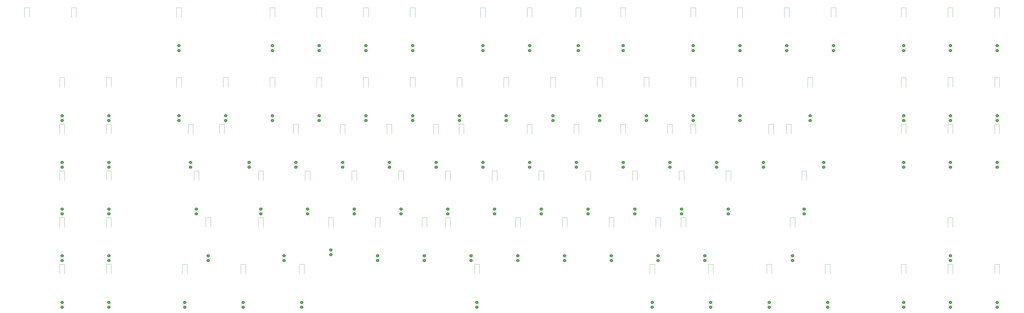
<source format=gbo>
G04 #@! TF.GenerationSoftware,KiCad,Pcbnew,6.0.7-f9a2dced07~116~ubuntu22.04.1*
G04 #@! TF.CreationDate,2022-09-05T17:56:12+01:00*
G04 #@! TF.ProjectId,keyboard,6b657962-6f61-4726-942e-6b696361645f,rev?*
G04 #@! TF.SameCoordinates,Original*
G04 #@! TF.FileFunction,Legend,Bot*
G04 #@! TF.FilePolarity,Positive*
%FSLAX46Y46*%
G04 Gerber Fmt 4.6, Leading zero omitted, Abs format (unit mm)*
G04 Created by KiCad (PCBNEW 6.0.7-f9a2dced07~116~ubuntu22.04.1) date 2022-09-05 17:56:12*
%MOMM*%
%LPD*%
G01*
G04 APERTURE LIST*
G04 Aperture macros list*
%AMRoundRect*
0 Rectangle with rounded corners*
0 $1 Rounding radius*
0 $2 $3 $4 $5 $6 $7 $8 $9 X,Y pos of 4 corners*
0 Add a 4 corners polygon primitive as box body*
4,1,4,$2,$3,$4,$5,$6,$7,$8,$9,$2,$3,0*
0 Add four circle primitives for the rounded corners*
1,1,$1+$1,$2,$3*
1,1,$1+$1,$4,$5*
1,1,$1+$1,$6,$7*
1,1,$1+$1,$8,$9*
0 Add four rect primitives between the rounded corners*
20,1,$1+$1,$2,$3,$4,$5,0*
20,1,$1+$1,$4,$5,$6,$7,0*
20,1,$1+$1,$6,$7,$8,$9,0*
20,1,$1+$1,$8,$9,$2,$3,0*%
G04 Aperture macros list end*
%ADD10C,0.120000*%
%ADD11C,1.750000*%
%ADD12C,3.987800*%
%ADD13C,2.250000*%
%ADD14C,1.905000*%
%ADD15R,1.905000X1.905000*%
%ADD16C,3.200000*%
%ADD17R,1.000000X1.000000*%
%ADD18O,1.000000X1.000000*%
%ADD19C,3.048000*%
%ADD20C,0.750000*%
%ADD21O,1.100000X2.200000*%
%ADD22O,1.100000X1.700000*%
%ADD23O,2.000000X3.200000*%
%ADD24R,2.000000X2.000000*%
%ADD25C,2.000000*%
%ADD26R,1.200000X0.900000*%
%ADD27RoundRect,0.250000X-0.450000X0.350000X-0.450000X-0.350000X0.450000X-0.350000X0.450000X0.350000X0*%
G04 APERTURE END LIST*
D10*
X314531250Y-117606250D02*
X314531250Y-121506250D01*
X312531250Y-117606250D02*
X312531250Y-121506250D01*
X312531250Y-117606250D02*
X314531250Y-117606250D01*
X198496250Y-181541686D02*
X198496250Y-181995814D01*
X199966250Y-181541686D02*
X199966250Y-181995814D01*
X466931250Y-146181250D02*
X466931250Y-150081250D01*
X464931250Y-146181250D02*
X466931250Y-146181250D01*
X464931250Y-146181250D02*
X464931250Y-150081250D01*
X176153750Y-219641686D02*
X176153750Y-220095814D01*
X174683750Y-219641686D02*
X174683750Y-220095814D01*
X190706250Y-146181250D02*
X190706250Y-150081250D01*
X188706250Y-146181250D02*
X190706250Y-146181250D01*
X188706250Y-146181250D02*
X188706250Y-150081250D01*
X274696250Y-133916686D02*
X274696250Y-134370814D01*
X276166250Y-133916686D02*
X276166250Y-134370814D01*
X446146250Y-181541686D02*
X446146250Y-181995814D01*
X447616250Y-181541686D02*
X447616250Y-181995814D01*
X260143750Y-184281250D02*
X262143750Y-184281250D01*
X260143750Y-184281250D02*
X260143750Y-188181250D01*
X262143750Y-184281250D02*
X262143750Y-188181250D01*
X314266250Y-181541686D02*
X314266250Y-181995814D01*
X312796250Y-181541686D02*
X312796250Y-181995814D01*
X274431250Y-165231250D02*
X276431250Y-165231250D01*
X276431250Y-165231250D02*
X276431250Y-169131250D01*
X274431250Y-165231250D02*
X274431250Y-169131250D01*
X388731250Y-146181250D02*
X390731250Y-146181250D01*
X390731250Y-146181250D02*
X390731250Y-150081250D01*
X388731250Y-146181250D02*
X388731250Y-150081250D01*
X312796250Y-133916686D02*
X312796250Y-134370814D01*
X314266250Y-133916686D02*
X314266250Y-134370814D01*
X217546250Y-181541686D02*
X217546250Y-181995814D01*
X219016250Y-181541686D02*
X219016250Y-181995814D01*
X253265000Y-238691686D02*
X253265000Y-239145814D01*
X254735000Y-238691686D02*
X254735000Y-239145814D01*
X447881250Y-222381250D02*
X447881250Y-226281250D01*
X445881250Y-222381250D02*
X447881250Y-222381250D01*
X445881250Y-222381250D02*
X445881250Y-226281250D01*
X133291250Y-133916686D02*
X133291250Y-134370814D01*
X131821250Y-133916686D02*
X131821250Y-134370814D01*
X383322500Y-219641686D02*
X383322500Y-220095814D01*
X381852500Y-219641686D02*
X381852500Y-220095814D01*
X466666250Y-162491686D02*
X466666250Y-162945814D01*
X465196250Y-162491686D02*
X465196250Y-162945814D01*
X161866250Y-181541686D02*
X161866250Y-181995814D01*
X160396250Y-181541686D02*
X160396250Y-181995814D01*
X143727500Y-219641686D02*
X143727500Y-220095814D01*
X145197500Y-219641686D02*
X145197500Y-220095814D01*
X445881250Y-165231250D02*
X445881250Y-169131250D01*
X447881250Y-165231250D02*
X447881250Y-169131250D01*
X445881250Y-165231250D02*
X447881250Y-165231250D01*
X279193750Y-184281250D02*
X281193750Y-184281250D01*
X279193750Y-184281250D02*
X279193750Y-188181250D01*
X281193750Y-184281250D02*
X281193750Y-188181250D01*
X255646250Y-181541686D02*
X255646250Y-181995814D01*
X257116250Y-181541686D02*
X257116250Y-181995814D01*
X164893750Y-203331250D02*
X164893750Y-207231250D01*
X166893750Y-203331250D02*
X166893750Y-207231250D01*
X164893750Y-203331250D02*
X166893750Y-203331250D01*
X102981250Y-165231250D02*
X104981250Y-165231250D01*
X104981250Y-165231250D02*
X104981250Y-169131250D01*
X102981250Y-165231250D02*
X102981250Y-169131250D01*
X266906250Y-146181250D02*
X266906250Y-150081250D01*
X264906250Y-146181250D02*
X266906250Y-146181250D01*
X264906250Y-146181250D02*
X264906250Y-150081250D01*
X447616250Y-238691686D02*
X447616250Y-239145814D01*
X446146250Y-238691686D02*
X446146250Y-239145814D01*
X150606250Y-146181250D02*
X152606250Y-146181250D01*
X152606250Y-146181250D02*
X152606250Y-150081250D01*
X150606250Y-146181250D02*
X150606250Y-150081250D01*
X209491250Y-162491686D02*
X209491250Y-162945814D01*
X208021250Y-162491686D02*
X208021250Y-162945814D01*
X171391250Y-162491686D02*
X171391250Y-162945814D01*
X169921250Y-162491686D02*
X169921250Y-162945814D01*
X379206250Y-117606250D02*
X379206250Y-121506250D01*
X381206250Y-117606250D02*
X381206250Y-121506250D01*
X379206250Y-117606250D02*
X381206250Y-117606250D01*
X390466250Y-162491686D02*
X390466250Y-162945814D01*
X388996250Y-162491686D02*
X388996250Y-162945814D01*
X341106250Y-165231250D02*
X341106250Y-169131250D01*
X341106250Y-165231250D02*
X343106250Y-165231250D01*
X343106250Y-165231250D02*
X343106250Y-169131250D01*
X307768750Y-203331250D02*
X307768750Y-207231250D01*
X309768750Y-203331250D02*
X309768750Y-207231250D01*
X307768750Y-203331250D02*
X309768750Y-203331250D01*
X212518750Y-203331250D02*
X212518750Y-207231250D01*
X214518750Y-203331250D02*
X214518750Y-207231250D01*
X212518750Y-203331250D02*
X214518750Y-203331250D01*
X242828750Y-200591686D02*
X242828750Y-201045814D01*
X241358750Y-200591686D02*
X241358750Y-201045814D01*
X83931250Y-203331250D02*
X85931250Y-203331250D01*
X85931250Y-203331250D02*
X85931250Y-207231250D01*
X83931250Y-203331250D02*
X83931250Y-207231250D01*
X337137500Y-203331250D02*
X337137500Y-207231250D01*
X339137500Y-203331250D02*
X339137500Y-207231250D01*
X337137500Y-203331250D02*
X339137500Y-203331250D01*
X84196250Y-181541686D02*
X84196250Y-181995814D01*
X85666250Y-181541686D02*
X85666250Y-181995814D01*
X183943750Y-184281250D02*
X185943750Y-184281250D01*
X183943750Y-184281250D02*
X183943750Y-188181250D01*
X185943750Y-184281250D02*
X185943750Y-188181250D01*
X388085000Y-200591686D02*
X388085000Y-201045814D01*
X386615000Y-200591686D02*
X386615000Y-201045814D01*
X372327500Y-238691686D02*
X372327500Y-239145814D01*
X373797500Y-238691686D02*
X373797500Y-239145814D01*
X360156250Y-146181250D02*
X362156250Y-146181250D01*
X362156250Y-146181250D02*
X362156250Y-150081250D01*
X360156250Y-146181250D02*
X360156250Y-150081250D01*
X203258750Y-200591686D02*
X203258750Y-201045814D01*
X204728750Y-200591686D02*
X204728750Y-201045814D01*
X276431250Y-117606250D02*
X276431250Y-121506250D01*
X274431250Y-117606250D02*
X276431250Y-117606250D01*
X274431250Y-117606250D02*
X274431250Y-121506250D01*
X317293750Y-184281250D02*
X319293750Y-184281250D01*
X319293750Y-184281250D02*
X319293750Y-188181250D01*
X317293750Y-184281250D02*
X317293750Y-188181250D01*
X447881250Y-146181250D02*
X447881250Y-150081250D01*
X445881250Y-146181250D02*
X447881250Y-146181250D01*
X445881250Y-146181250D02*
X445881250Y-150081250D01*
X246121250Y-162491686D02*
X246121250Y-162945814D01*
X247591250Y-162491686D02*
X247591250Y-162945814D01*
X102981250Y-146181250D02*
X102981250Y-150081250D01*
X102981250Y-146181250D02*
X104981250Y-146181250D01*
X104981250Y-146181250D02*
X104981250Y-150081250D01*
X243093750Y-203331250D02*
X243093750Y-207231250D01*
X241093750Y-203331250D02*
X241093750Y-207231250D01*
X241093750Y-203331250D02*
X243093750Y-203331250D01*
X427096250Y-162491686D02*
X427096250Y-162945814D01*
X428566250Y-162491686D02*
X428566250Y-162945814D01*
X131821250Y-162491686D02*
X131821250Y-162945814D01*
X133291250Y-162491686D02*
X133291250Y-162945814D01*
X83931250Y-165231250D02*
X85931250Y-165231250D01*
X85931250Y-165231250D02*
X85931250Y-169131250D01*
X83931250Y-165231250D02*
X83931250Y-169131250D01*
X179446250Y-181541686D02*
X179446250Y-181995814D01*
X180916250Y-181541686D02*
X180916250Y-181995814D01*
X209756250Y-146181250D02*
X209756250Y-150081250D01*
X207756250Y-146181250D02*
X209756250Y-146181250D01*
X207756250Y-146181250D02*
X207756250Y-150081250D01*
X322056250Y-146181250D02*
X322056250Y-150081250D01*
X322056250Y-146181250D02*
X324056250Y-146181250D01*
X324056250Y-146181250D02*
X324056250Y-150081250D01*
X90693750Y-117606250D02*
X90693750Y-121506250D01*
X88693750Y-117606250D02*
X88693750Y-121506250D01*
X88693750Y-117606250D02*
X90693750Y-117606250D01*
X342841250Y-133916686D02*
X342841250Y-134370814D01*
X341371250Y-133916686D02*
X341371250Y-134370814D01*
X446146250Y-219641686D02*
X446146250Y-220095814D01*
X447616250Y-219641686D02*
X447616250Y-220095814D01*
X236331250Y-165231250D02*
X236331250Y-169131250D01*
X236331250Y-165231250D02*
X238331250Y-165231250D01*
X238331250Y-165231250D02*
X238331250Y-169131250D01*
X171656250Y-117606250D02*
X171656250Y-121506250D01*
X169656250Y-117606250D02*
X169656250Y-121506250D01*
X169656250Y-117606250D02*
X171656250Y-117606250D01*
X361891250Y-162491686D02*
X361891250Y-162945814D01*
X360421250Y-162491686D02*
X360421250Y-162945814D01*
X138965000Y-200591686D02*
X138965000Y-201045814D01*
X140435000Y-200591686D02*
X140435000Y-201045814D01*
X341106250Y-117606250D02*
X343106250Y-117606250D01*
X343106250Y-117606250D02*
X343106250Y-121506250D01*
X341106250Y-117606250D02*
X341106250Y-121506250D01*
X250883750Y-219641686D02*
X250883750Y-220095814D01*
X252353750Y-219641686D02*
X252353750Y-220095814D01*
X338343750Y-184281250D02*
X338343750Y-188181250D01*
X336343750Y-184281250D02*
X338343750Y-184281250D01*
X336343750Y-184281250D02*
X336343750Y-188181250D01*
X183562500Y-222381250D02*
X183562500Y-226281250D01*
X181562500Y-222381250D02*
X183562500Y-222381250D01*
X181562500Y-222381250D02*
X181562500Y-226281250D01*
X294275000Y-117606250D02*
X296275000Y-117606250D01*
X294275000Y-117606250D02*
X294275000Y-121506250D01*
X296275000Y-117606250D02*
X296275000Y-121506250D01*
X331581250Y-165231250D02*
X331581250Y-169131250D01*
X333581250Y-165231250D02*
X333581250Y-169131250D01*
X331581250Y-165231250D02*
X333581250Y-165231250D01*
X158015000Y-238691686D02*
X158015000Y-239145814D01*
X159485000Y-238691686D02*
X159485000Y-239145814D01*
X190706250Y-117606250D02*
X190706250Y-121506250D01*
X188706250Y-117606250D02*
X188706250Y-121506250D01*
X188706250Y-117606250D02*
X190706250Y-117606250D01*
X296010000Y-133916686D02*
X296010000Y-134370814D01*
X294540000Y-133916686D02*
X294540000Y-134370814D01*
X219281250Y-165231250D02*
X219281250Y-169131250D01*
X217281250Y-165231250D02*
X219281250Y-165231250D01*
X217281250Y-165231250D02*
X217281250Y-169131250D01*
X336608750Y-200591686D02*
X336608750Y-201045814D01*
X338078750Y-200591686D02*
X338078750Y-201045814D01*
X319028750Y-200591686D02*
X319028750Y-201045814D01*
X317558750Y-200591686D02*
X317558750Y-201045814D01*
X466931250Y-117606250D02*
X466931250Y-121506250D01*
X464931250Y-117606250D02*
X466931250Y-117606250D01*
X464931250Y-117606250D02*
X464931250Y-121506250D01*
X298508750Y-200591686D02*
X298508750Y-201045814D01*
X299978750Y-200591686D02*
X299978750Y-201045814D01*
X136318750Y-165231250D02*
X138318750Y-165231250D01*
X138318750Y-165231250D02*
X138318750Y-169131250D01*
X136318750Y-165231250D02*
X136318750Y-169131250D01*
X140700000Y-184281250D02*
X140700000Y-188181250D01*
X138700000Y-184281250D02*
X140700000Y-184281250D01*
X138700000Y-184281250D02*
X138700000Y-188181250D01*
X255000000Y-222381250D02*
X255000000Y-226281250D01*
X253000000Y-222381250D02*
X253000000Y-226281250D01*
X253000000Y-222381250D02*
X255000000Y-222381250D01*
X83931250Y-222381250D02*
X85931250Y-222381250D01*
X83931250Y-222381250D02*
X83931250Y-226281250D01*
X85931250Y-222381250D02*
X85931250Y-226281250D01*
X328553750Y-219641686D02*
X328553750Y-220095814D01*
X327083750Y-219641686D02*
X327083750Y-220095814D01*
X280928750Y-200591686D02*
X280928750Y-201045814D01*
X279458750Y-200591686D02*
X279458750Y-201045814D01*
X227071250Y-133916686D02*
X227071250Y-134370814D01*
X228541250Y-133916686D02*
X228541250Y-134370814D01*
X69643750Y-117606250D02*
X71643750Y-117606250D01*
X71643750Y-117606250D02*
X71643750Y-121506250D01*
X69643750Y-117606250D02*
X69643750Y-121506250D01*
X388350000Y-184281250D02*
X388350000Y-188181250D01*
X386350000Y-184281250D02*
X386350000Y-188181250D01*
X386350000Y-184281250D02*
X388350000Y-184281250D01*
X228541250Y-162491686D02*
X228541250Y-162945814D01*
X227071250Y-162491686D02*
X227071250Y-162945814D01*
X247856250Y-146181250D02*
X247856250Y-150081250D01*
X245856250Y-146181250D02*
X245856250Y-150081250D01*
X245856250Y-146181250D02*
X247856250Y-146181250D01*
X381587500Y-203331250D02*
X383587500Y-203331250D01*
X383587500Y-203331250D02*
X383587500Y-207231250D01*
X381587500Y-203331250D02*
X381587500Y-207231250D01*
X104716250Y-181541686D02*
X104716250Y-181995814D01*
X103246250Y-181541686D02*
X103246250Y-181995814D01*
X426831250Y-222381250D02*
X426831250Y-226281250D01*
X428831250Y-222381250D02*
X428831250Y-226281250D01*
X426831250Y-222381250D02*
X428831250Y-222381250D01*
X398521250Y-133916686D02*
X398521250Y-134370814D01*
X399991250Y-133916686D02*
X399991250Y-134370814D01*
X465196250Y-181541686D02*
X465196250Y-181995814D01*
X466666250Y-181541686D02*
X466666250Y-181995814D01*
X360156250Y-117606250D02*
X362156250Y-117606250D01*
X360156250Y-117606250D02*
X360156250Y-121506250D01*
X362156250Y-117606250D02*
X362156250Y-121506250D01*
X269668750Y-203331250D02*
X269668750Y-207231250D01*
X269668750Y-203331250D02*
X271668750Y-203331250D01*
X271668750Y-203331250D02*
X271668750Y-207231250D01*
X355393750Y-184281250D02*
X355393750Y-188181250D01*
X357393750Y-184281250D02*
X357393750Y-188181250D01*
X355393750Y-184281250D02*
X357393750Y-184281250D01*
X190441250Y-162491686D02*
X190441250Y-162945814D01*
X188971250Y-162491686D02*
X188971250Y-162945814D01*
X143462500Y-203331250D02*
X143462500Y-207231250D01*
X143462500Y-203331250D02*
X145462500Y-203331250D01*
X145462500Y-203331250D02*
X145462500Y-207231250D01*
X447881250Y-203331250D02*
X447881250Y-207231250D01*
X445881250Y-203331250D02*
X447881250Y-203331250D01*
X445881250Y-203331250D02*
X445881250Y-207231250D01*
X226806250Y-117606250D02*
X228806250Y-117606250D01*
X228806250Y-117606250D02*
X228806250Y-121506250D01*
X226806250Y-117606250D02*
X226806250Y-121506250D01*
X447881250Y-117606250D02*
X447881250Y-121506250D01*
X445881250Y-117606250D02*
X445881250Y-121506250D01*
X445881250Y-117606250D02*
X447881250Y-117606250D01*
X85666250Y-219641686D02*
X85666250Y-220095814D01*
X84196250Y-219641686D02*
X84196250Y-220095814D01*
X284221250Y-162491686D02*
X284221250Y-162945814D01*
X285691250Y-162491686D02*
X285691250Y-162945814D01*
X183297500Y-238691686D02*
X183297500Y-239145814D01*
X181827500Y-238691686D02*
X181827500Y-239145814D01*
X236596250Y-181541686D02*
X236596250Y-181995814D01*
X238066250Y-181541686D02*
X238066250Y-181995814D01*
X166628750Y-200591686D02*
X166628750Y-201045814D01*
X165158750Y-200591686D02*
X165158750Y-201045814D01*
X303006250Y-146181250D02*
X303006250Y-150081250D01*
X303006250Y-146181250D02*
X305006250Y-146181250D01*
X305006250Y-146181250D02*
X305006250Y-150081250D01*
X136583750Y-181541686D02*
X136583750Y-181995814D01*
X138053750Y-181541686D02*
X138053750Y-181995814D01*
X104981250Y-222381250D02*
X104981250Y-226281250D01*
X102981250Y-222381250D02*
X104981250Y-222381250D01*
X102981250Y-222381250D02*
X102981250Y-226281250D01*
X326172500Y-238691686D02*
X326172500Y-239145814D01*
X324702500Y-238691686D02*
X324702500Y-239145814D01*
X169656250Y-146181250D02*
X169656250Y-150081250D01*
X171656250Y-146181250D02*
X171656250Y-150081250D01*
X169656250Y-146181250D02*
X171656250Y-146181250D01*
X397875000Y-222381250D02*
X397875000Y-226281250D01*
X395875000Y-222381250D02*
X395875000Y-226281250D01*
X395875000Y-222381250D02*
X397875000Y-222381250D01*
X134202500Y-238691686D02*
X134202500Y-239145814D01*
X135672500Y-238691686D02*
X135672500Y-239145814D01*
X290718750Y-203331250D02*
X290718750Y-207231250D01*
X288718750Y-203331250D02*
X288718750Y-207231250D01*
X288718750Y-203331250D02*
X290718750Y-203331250D01*
X84196250Y-162491686D02*
X84196250Y-162945814D01*
X85666250Y-162491686D02*
X85666250Y-162945814D01*
X428566250Y-133916686D02*
X428566250Y-134370814D01*
X427096250Y-133916686D02*
X427096250Y-134370814D01*
X309503750Y-219641686D02*
X309503750Y-220095814D01*
X308033750Y-219641686D02*
X308033750Y-220095814D01*
X396140000Y-238691686D02*
X396140000Y-239145814D01*
X397610000Y-238691686D02*
X397610000Y-239145814D01*
X372062500Y-222381250D02*
X374062500Y-222381250D01*
X374062500Y-222381250D02*
X374062500Y-226281250D01*
X372062500Y-222381250D02*
X372062500Y-226281250D01*
X198231250Y-165231250D02*
X198231250Y-169131250D01*
X198231250Y-165231250D02*
X200231250Y-165231250D01*
X200231250Y-165231250D02*
X200231250Y-169131250D01*
X133937500Y-222381250D02*
X133937500Y-226281250D01*
X135937500Y-222381250D02*
X135937500Y-226281250D01*
X133937500Y-222381250D02*
X135937500Y-222381250D01*
X346133750Y-219641686D02*
X346133750Y-220095814D01*
X347603750Y-219641686D02*
X347603750Y-220095814D01*
X285956250Y-146181250D02*
X285956250Y-150081250D01*
X283956250Y-146181250D02*
X285956250Y-146181250D01*
X283956250Y-146181250D02*
X283956250Y-150081250D01*
X185678750Y-200591686D02*
X185678750Y-201045814D01*
X184208750Y-200591686D02*
X184208750Y-201045814D01*
X246650000Y-165231250D02*
X246650000Y-169131250D01*
X246650000Y-165231250D02*
X248650000Y-165231250D01*
X248650000Y-165231250D02*
X248650000Y-169131250D01*
X446146250Y-162491686D02*
X446146250Y-162945814D01*
X447616250Y-162491686D02*
X447616250Y-162945814D01*
X83931250Y-184281250D02*
X85931250Y-184281250D01*
X85931250Y-184281250D02*
X85931250Y-188181250D01*
X83931250Y-184281250D02*
X83931250Y-188181250D01*
X131556250Y-117606250D02*
X133556250Y-117606250D01*
X133556250Y-117606250D02*
X133556250Y-121506250D01*
X131556250Y-117606250D02*
X131556250Y-121506250D01*
X304741250Y-162491686D02*
X304741250Y-162945814D01*
X303271250Y-162491686D02*
X303271250Y-162945814D01*
X400256250Y-117606250D02*
X400256250Y-121506250D01*
X398256250Y-117606250D02*
X398256250Y-121506250D01*
X398256250Y-117606250D02*
X400256250Y-117606250D01*
X85666250Y-238691686D02*
X85666250Y-239145814D01*
X84196250Y-238691686D02*
X84196250Y-239145814D01*
X382000000Y-165231250D02*
X382000000Y-169131250D01*
X380000000Y-165231250D02*
X380000000Y-169131250D01*
X380000000Y-165231250D02*
X382000000Y-165231250D01*
X326818750Y-203331250D02*
X328818750Y-203331250D01*
X326818750Y-203331250D02*
X326818750Y-207231250D01*
X328818750Y-203331250D02*
X328818750Y-207231250D01*
X195203750Y-217260436D02*
X195203750Y-217714564D01*
X193733750Y-217260436D02*
X193733750Y-217714564D01*
X426831250Y-117606250D02*
X428831250Y-117606250D01*
X426831250Y-117606250D02*
X426831250Y-121506250D01*
X428831250Y-117606250D02*
X428831250Y-121506250D01*
X380941250Y-133916686D02*
X380941250Y-134370814D01*
X379471250Y-133916686D02*
X379471250Y-134370814D01*
X260408750Y-200591686D02*
X260408750Y-201045814D01*
X261878750Y-200591686D02*
X261878750Y-201045814D01*
X241093750Y-184281250D02*
X243093750Y-184281250D01*
X241093750Y-184281250D02*
X241093750Y-188181250D01*
X243093750Y-184281250D02*
X243093750Y-188181250D01*
X323791250Y-162491686D02*
X323791250Y-162945814D01*
X322321250Y-162491686D02*
X322321250Y-162945814D01*
X103246250Y-219641686D02*
X103246250Y-220095814D01*
X104716250Y-219641686D02*
X104716250Y-220095814D01*
X348515000Y-238691686D02*
X348515000Y-239145814D01*
X349985000Y-238691686D02*
X349985000Y-239145814D01*
X181181250Y-165231250D02*
X181181250Y-169131250D01*
X179181250Y-165231250D02*
X179181250Y-169131250D01*
X179181250Y-165231250D02*
X181181250Y-165231250D01*
X371416250Y-181541686D02*
X371416250Y-181995814D01*
X369946250Y-181541686D02*
X369946250Y-181995814D01*
X293746250Y-181541686D02*
X293746250Y-181995814D01*
X295216250Y-181541686D02*
X295216250Y-181995814D01*
X103246250Y-238691686D02*
X103246250Y-239145814D01*
X104716250Y-238691686D02*
X104716250Y-239145814D01*
X350250000Y-222381250D02*
X350250000Y-226281250D01*
X348250000Y-222381250D02*
X348250000Y-226281250D01*
X348250000Y-222381250D02*
X350250000Y-222381250D01*
X157750000Y-222381250D02*
X159750000Y-222381250D01*
X157750000Y-222381250D02*
X157750000Y-226281250D01*
X159750000Y-222381250D02*
X159750000Y-226281250D01*
X290453750Y-219641686D02*
X290453750Y-220095814D01*
X288983750Y-219641686D02*
X288983750Y-220095814D01*
X133556250Y-146181250D02*
X133556250Y-150081250D01*
X131556250Y-146181250D02*
X133556250Y-146181250D01*
X131556250Y-146181250D02*
X131556250Y-150081250D01*
X466666250Y-133916686D02*
X466666250Y-134370814D01*
X465196250Y-133916686D02*
X465196250Y-134370814D01*
X447616250Y-133916686D02*
X447616250Y-134370814D01*
X446146250Y-133916686D02*
X446146250Y-134370814D01*
X104716250Y-162491686D02*
X104716250Y-162945814D01*
X103246250Y-162491686D02*
X103246250Y-162945814D01*
X331846250Y-181541686D02*
X331846250Y-181995814D01*
X333316250Y-181541686D02*
X333316250Y-181995814D01*
X276166250Y-181541686D02*
X276166250Y-181995814D01*
X274696250Y-181541686D02*
X274696250Y-181995814D01*
X231833750Y-219641686D02*
X231833750Y-220095814D01*
X233303750Y-219641686D02*
X233303750Y-220095814D01*
X152341250Y-162491686D02*
X152341250Y-162945814D01*
X150871250Y-162491686D02*
X150871250Y-162945814D01*
X355658750Y-200591686D02*
X355658750Y-201045814D01*
X357128750Y-200591686D02*
X357128750Y-201045814D01*
X208021250Y-133916686D02*
X208021250Y-134370814D01*
X209491250Y-133916686D02*
X209491250Y-134370814D01*
X83931250Y-146181250D02*
X85931250Y-146181250D01*
X85931250Y-146181250D02*
X85931250Y-150081250D01*
X83931250Y-146181250D02*
X83931250Y-150081250D01*
X466931250Y-222381250D02*
X466931250Y-226281250D01*
X464931250Y-222381250D02*
X466931250Y-222381250D01*
X464931250Y-222381250D02*
X464931250Y-226281250D01*
X171391250Y-133916686D02*
X171391250Y-134370814D01*
X169921250Y-133916686D02*
X169921250Y-134370814D01*
X255381250Y-117606250D02*
X257381250Y-117606250D01*
X257381250Y-117606250D02*
X257381250Y-121506250D01*
X255381250Y-117606250D02*
X255381250Y-121506250D01*
X312531250Y-165231250D02*
X314531250Y-165231250D01*
X314531250Y-165231250D02*
X314531250Y-169131250D01*
X312531250Y-165231250D02*
X312531250Y-169131250D01*
X193468750Y-203331250D02*
X195468750Y-203331250D01*
X193468750Y-203331250D02*
X193468750Y-207231250D01*
X195468750Y-203331250D02*
X195468750Y-207231250D01*
X202993750Y-184281250D02*
X204993750Y-184281250D01*
X202993750Y-184281250D02*
X202993750Y-188181250D01*
X204993750Y-184281250D02*
X204993750Y-188181250D01*
X427096250Y-238691686D02*
X427096250Y-239145814D01*
X428566250Y-238691686D02*
X428566250Y-239145814D01*
X103246250Y-200591686D02*
X103246250Y-201045814D01*
X104716250Y-200591686D02*
X104716250Y-201045814D01*
X222308750Y-200591686D02*
X222308750Y-201045814D01*
X223778750Y-200591686D02*
X223778750Y-201045814D01*
X222043750Y-184281250D02*
X222043750Y-188181250D01*
X222043750Y-184281250D02*
X224043750Y-184281250D01*
X224043750Y-184281250D02*
X224043750Y-188181250D01*
X269933750Y-219641686D02*
X269933750Y-220095814D01*
X271403750Y-219641686D02*
X271403750Y-220095814D01*
X426831250Y-165231250D02*
X426831250Y-169131250D01*
X428831250Y-165231250D02*
X428831250Y-169131250D01*
X426831250Y-165231250D02*
X428831250Y-165231250D01*
X102981250Y-184281250D02*
X102981250Y-188181250D01*
X102981250Y-184281250D02*
X104981250Y-184281250D01*
X104981250Y-184281250D02*
X104981250Y-188181250D01*
X214253750Y-219641686D02*
X214253750Y-220095814D01*
X212783750Y-219641686D02*
X212783750Y-220095814D01*
X350896250Y-181541686D02*
X350896250Y-181995814D01*
X352366250Y-181541686D02*
X352366250Y-181995814D01*
X151018750Y-165231250D02*
X151018750Y-169131250D01*
X149018750Y-165231250D02*
X151018750Y-165231250D01*
X149018750Y-165231250D02*
X149018750Y-169131250D01*
X466666250Y-238691686D02*
X466666250Y-239145814D01*
X465196250Y-238691686D02*
X465196250Y-239145814D01*
X164893750Y-184281250D02*
X164893750Y-188181250D01*
X164893750Y-184281250D02*
X166893750Y-184281250D01*
X166893750Y-184281250D02*
X166893750Y-188181250D01*
X374856250Y-165231250D02*
X374856250Y-169131250D01*
X372856250Y-165231250D02*
X374856250Y-165231250D01*
X372856250Y-165231250D02*
X372856250Y-169131250D01*
X427096250Y-181541686D02*
X427096250Y-181995814D01*
X428566250Y-181541686D02*
X428566250Y-181995814D01*
X326437500Y-222381250D02*
X326437500Y-226281250D01*
X324437500Y-222381250D02*
X324437500Y-226281250D01*
X324437500Y-222381250D02*
X326437500Y-222381250D01*
X265171250Y-162491686D02*
X265171250Y-162945814D01*
X266641250Y-162491686D02*
X266641250Y-162945814D01*
X295481250Y-165231250D02*
X295481250Y-169131250D01*
X293481250Y-165231250D02*
X295481250Y-165231250D01*
X293481250Y-165231250D02*
X293481250Y-169131250D01*
X360421250Y-133916686D02*
X360421250Y-134370814D01*
X361891250Y-133916686D02*
X361891250Y-134370814D01*
X231568750Y-203331250D02*
X233568750Y-203331250D01*
X233568750Y-203331250D02*
X233568750Y-207231250D01*
X231568750Y-203331250D02*
X231568750Y-207231250D01*
X188971250Y-133916686D02*
X188971250Y-134370814D01*
X190441250Y-133916686D02*
X190441250Y-134370814D01*
X464931250Y-165231250D02*
X464931250Y-169131250D01*
X466931250Y-165231250D02*
X466931250Y-169131250D01*
X464931250Y-165231250D02*
X466931250Y-165231250D01*
X341106250Y-146181250D02*
X341106250Y-150081250D01*
X343106250Y-146181250D02*
X343106250Y-150081250D01*
X341106250Y-146181250D02*
X343106250Y-146181250D01*
X102981250Y-203331250D02*
X104981250Y-203331250D01*
X104981250Y-203331250D02*
X104981250Y-207231250D01*
X102981250Y-203331250D02*
X102981250Y-207231250D01*
X426831250Y-146181250D02*
X428831250Y-146181250D01*
X426831250Y-146181250D02*
X426831250Y-150081250D01*
X428831250Y-146181250D02*
X428831250Y-150081250D01*
X226806250Y-146181250D02*
X228806250Y-146181250D01*
X226806250Y-146181250D02*
X226806250Y-150081250D01*
X228806250Y-146181250D02*
X228806250Y-150081250D01*
X85666250Y-200591686D02*
X85666250Y-201045814D01*
X84196250Y-200591686D02*
X84196250Y-201045814D01*
X207756250Y-117606250D02*
X209756250Y-117606250D01*
X207756250Y-117606250D02*
X207756250Y-121506250D01*
X209756250Y-117606250D02*
X209756250Y-121506250D01*
X298243750Y-184281250D02*
X298243750Y-188181250D01*
X298243750Y-184281250D02*
X300243750Y-184281250D01*
X300243750Y-184281250D02*
X300243750Y-188181250D01*
X396022500Y-181541686D02*
X396022500Y-181995814D01*
X394552500Y-181541686D02*
X394552500Y-181995814D01*
X257116250Y-133916686D02*
X257116250Y-134370814D01*
X255646250Y-133916686D02*
X255646250Y-134370814D01*
X341371250Y-162491686D02*
X341371250Y-162945814D01*
X342841250Y-162491686D02*
X342841250Y-162945814D01*
%LPC*%
D11*
X391636250Y-174625000D03*
X381476250Y-174625000D03*
D12*
X386556250Y-174625000D03*
D13*
X382746250Y-172085000D03*
X389096250Y-169545000D03*
D14*
X385286250Y-179705000D03*
D15*
X387826250Y-179705000D03*
D11*
X229711250Y-212725000D03*
X219551250Y-212725000D03*
D12*
X224631250Y-212725000D03*
D13*
X220821250Y-210185000D03*
X227171250Y-207645000D03*
D14*
X223361250Y-217805000D03*
D15*
X225901250Y-217805000D03*
D16*
X110331250Y-179784375D03*
D11*
X433863750Y-155575000D03*
D12*
X438943750Y-155575000D03*
D11*
X444023750Y-155575000D03*
D13*
X435133750Y-153035000D03*
X441483750Y-150495000D03*
D14*
X437673750Y-160655000D03*
D15*
X440213750Y-160655000D03*
D11*
X267176250Y-193675000D03*
X277336250Y-193675000D03*
D12*
X272256250Y-193675000D03*
D13*
X268446250Y-191135000D03*
X274796250Y-188595000D03*
D14*
X270986250Y-198755000D03*
D15*
X273526250Y-198755000D03*
D12*
X253206250Y-193675000D03*
D11*
X258286250Y-193675000D03*
X248126250Y-193675000D03*
D13*
X249396250Y-191135000D03*
X255746250Y-188595000D03*
D14*
X251936250Y-198755000D03*
D15*
X254476250Y-198755000D03*
D12*
X324643750Y-174625000D03*
D11*
X329723750Y-174625000D03*
X319563750Y-174625000D03*
D13*
X320833750Y-172085000D03*
X327183750Y-169545000D03*
D14*
X323373750Y-179705000D03*
D15*
X325913750Y-179705000D03*
D11*
X296386250Y-193675000D03*
X286226250Y-193675000D03*
D12*
X291306250Y-193675000D03*
D13*
X287496250Y-191135000D03*
X293846250Y-188595000D03*
D14*
X290036250Y-198755000D03*
D15*
X292576250Y-198755000D03*
D11*
X71913750Y-155575000D03*
D12*
X76993750Y-155575000D03*
D11*
X82073750Y-155575000D03*
D13*
X73183750Y-153035000D03*
X79533750Y-150495000D03*
D14*
X75723750Y-160655000D03*
D15*
X78263750Y-160655000D03*
D11*
X220186250Y-193675000D03*
D12*
X215106250Y-193675000D03*
D11*
X210026250Y-193675000D03*
D13*
X211296250Y-191135000D03*
X217646250Y-188595000D03*
D14*
X213836250Y-198755000D03*
D15*
X216376250Y-198755000D03*
D17*
X52863750Y-189706250D03*
D18*
X51593750Y-189706250D03*
X50323750Y-189706250D03*
D12*
X457993750Y-174625000D03*
D11*
X452913750Y-174625000D03*
X463073750Y-174625000D03*
D13*
X454183750Y-172085000D03*
X460533750Y-169545000D03*
D14*
X456723750Y-179705000D03*
D15*
X459263750Y-179705000D03*
D11*
X433863750Y-127000000D03*
D12*
X438943750Y-127000000D03*
D11*
X444023750Y-127000000D03*
D13*
X435133750Y-124460000D03*
X441483750Y-121920000D03*
D14*
X437673750Y-132080000D03*
D15*
X440213750Y-132080000D03*
D12*
X317500000Y-231775000D03*
D11*
X312420000Y-231775000D03*
X322580000Y-231775000D03*
D13*
X313690000Y-229235000D03*
X320040000Y-226695000D03*
D14*
X316230000Y-236855000D03*
D15*
X318770000Y-236855000D03*
D19*
X393731750Y-148590000D03*
D12*
X393731750Y-163830000D03*
D11*
X376713750Y-155575000D03*
D12*
X369855750Y-163830000D03*
D19*
X369855750Y-148590000D03*
D12*
X381793750Y-155575000D03*
D11*
X386873750Y-155575000D03*
D13*
X377983750Y-153035000D03*
X384333750Y-150495000D03*
D14*
X380523750Y-160655000D03*
D15*
X383063750Y-160655000D03*
D11*
X158273750Y-174625000D03*
D12*
X153193750Y-174625000D03*
D11*
X148113750Y-174625000D03*
D13*
X149383750Y-172085000D03*
X155733750Y-169545000D03*
D14*
X151923750Y-179705000D03*
D15*
X154463750Y-179705000D03*
D16*
X405606250Y-119062500D03*
D12*
X219868750Y-155575000D03*
D11*
X214788750Y-155575000D03*
X224948750Y-155575000D03*
D13*
X216058750Y-153035000D03*
X222408750Y-150495000D03*
D14*
X218598750Y-160655000D03*
D15*
X221138750Y-160655000D03*
D20*
X48703750Y-120356250D03*
X54483750Y-120356250D03*
D21*
X47273750Y-120886250D03*
D22*
X55913750Y-116706250D03*
X47273750Y-116706250D03*
D21*
X55913750Y-120886250D03*
D11*
X205898750Y-127000000D03*
X195738750Y-127000000D03*
D12*
X200818750Y-127000000D03*
D13*
X197008750Y-124460000D03*
X203358750Y-121920000D03*
D14*
X199548750Y-132080000D03*
D15*
X202088750Y-132080000D03*
D11*
X186848750Y-127000000D03*
D12*
X181768750Y-127000000D03*
D11*
X176688750Y-127000000D03*
D13*
X177958750Y-124460000D03*
X184308750Y-121920000D03*
D14*
X180498750Y-132080000D03*
D15*
X183038750Y-132080000D03*
D12*
X157956250Y-193675000D03*
D11*
X152876250Y-193675000D03*
X163036250Y-193675000D03*
D13*
X154146250Y-191135000D03*
X160496250Y-188595000D03*
D14*
X156686250Y-198755000D03*
D15*
X159226250Y-198755000D03*
D12*
X129381250Y-174625000D03*
D11*
X134461250Y-174625000D03*
X124301250Y-174625000D03*
D13*
X125571250Y-172085000D03*
X131921250Y-169545000D03*
D14*
X128111250Y-179705000D03*
D15*
X130651250Y-179705000D03*
D16*
X257968750Y-165100000D03*
D11*
X414813750Y-231775000D03*
X424973750Y-231775000D03*
D12*
X419893750Y-231775000D03*
D13*
X416083750Y-229235000D03*
X422433750Y-226695000D03*
D14*
X418623750Y-236855000D03*
D15*
X421163750Y-236855000D03*
D12*
X124587000Y-220980000D03*
X148463000Y-220980000D03*
X136525000Y-212725000D03*
D11*
X131445000Y-212725000D03*
D19*
X148463000Y-205740000D03*
X124587000Y-205740000D03*
D11*
X141605000Y-212725000D03*
D13*
X132715000Y-210185000D03*
X139065000Y-207645000D03*
D14*
X135255000Y-217805000D03*
D15*
X137795000Y-217805000D03*
D16*
X162718750Y-165100000D03*
D11*
X157638750Y-127000000D03*
X167798750Y-127000000D03*
D12*
X162718750Y-127000000D03*
D13*
X158908750Y-124460000D03*
X165258750Y-121920000D03*
D14*
X161448750Y-132080000D03*
D15*
X163988750Y-132080000D03*
D16*
X405606250Y-179784375D03*
D11*
X201136250Y-193675000D03*
X190976250Y-193675000D03*
D12*
X196056250Y-193675000D03*
D13*
X192246250Y-191135000D03*
X198596250Y-188595000D03*
D14*
X194786250Y-198755000D03*
D15*
X197326250Y-198755000D03*
D11*
X300513750Y-127000000D03*
X310673750Y-127000000D03*
D12*
X305593750Y-127000000D03*
D13*
X301783750Y-124460000D03*
X308133750Y-121920000D03*
D14*
X304323750Y-132080000D03*
D15*
X306863750Y-132080000D03*
D12*
X76993750Y-193675000D03*
D11*
X71913750Y-193675000D03*
X82073750Y-193675000D03*
D13*
X73183750Y-191135000D03*
X79533750Y-188595000D03*
D14*
X75723750Y-198755000D03*
D15*
X78263750Y-198755000D03*
D11*
X205263750Y-174625000D03*
D12*
X210343750Y-174625000D03*
D11*
X215423750Y-174625000D03*
D13*
X206533750Y-172085000D03*
X212883750Y-169545000D03*
D14*
X209073750Y-179705000D03*
D15*
X211613750Y-179705000D03*
D12*
X296068750Y-155575000D03*
D11*
X290988750Y-155575000D03*
X301148750Y-155575000D03*
D13*
X292258750Y-153035000D03*
X298608750Y-150495000D03*
D14*
X294798750Y-160655000D03*
D15*
X297338750Y-160655000D03*
D11*
X334486250Y-193675000D03*
D12*
X329406250Y-193675000D03*
D11*
X324326250Y-193675000D03*
D13*
X325596250Y-191135000D03*
X331946250Y-188595000D03*
D14*
X328136250Y-198755000D03*
D15*
X330676250Y-198755000D03*
D12*
X172243750Y-174625000D03*
D11*
X167163750Y-174625000D03*
X177323750Y-174625000D03*
D13*
X168433750Y-172085000D03*
X174783750Y-169545000D03*
D14*
X170973750Y-179705000D03*
D15*
X173513750Y-179705000D03*
D11*
X129698750Y-127000000D03*
D12*
X124618750Y-127000000D03*
D11*
X119538750Y-127000000D03*
D13*
X120808750Y-124460000D03*
X127158750Y-121920000D03*
D14*
X123348750Y-132080000D03*
D15*
X125888750Y-132080000D03*
D12*
X419893750Y-127000000D03*
D11*
X424973750Y-127000000D03*
X414813750Y-127000000D03*
D13*
X416083750Y-124460000D03*
X422433750Y-121920000D03*
D14*
X418623750Y-132080000D03*
D15*
X421163750Y-132080000D03*
D11*
X291623750Y-174625000D03*
X281463750Y-174625000D03*
D12*
X286543750Y-174625000D03*
D13*
X282733750Y-172085000D03*
X289083750Y-169545000D03*
D14*
X285273750Y-179705000D03*
D15*
X287813750Y-179705000D03*
D12*
X362743750Y-174625000D03*
D11*
X357663750Y-174625000D03*
X367823750Y-174625000D03*
D13*
X358933750Y-172085000D03*
X365283750Y-169545000D03*
D14*
X361473750Y-179705000D03*
D15*
X364013750Y-179705000D03*
D11*
X129698750Y-155575000D03*
X119538750Y-155575000D03*
D12*
X124618750Y-155575000D03*
D13*
X120808750Y-153035000D03*
X127158750Y-150495000D03*
D14*
X123348750Y-160655000D03*
D15*
X125888750Y-160655000D03*
D11*
X383857500Y-231775000D03*
X394017500Y-231775000D03*
D12*
X388937500Y-231775000D03*
D13*
X385127500Y-229235000D03*
X391477500Y-226695000D03*
D14*
X387667500Y-236855000D03*
D15*
X390207500Y-236855000D03*
D11*
X282098750Y-155575000D03*
D12*
X277018750Y-155575000D03*
D11*
X271938750Y-155575000D03*
D13*
X273208750Y-153035000D03*
X279558750Y-150495000D03*
D14*
X275748750Y-160655000D03*
D15*
X278288750Y-160655000D03*
D11*
X333851250Y-212725000D03*
D12*
X338931250Y-212725000D03*
D11*
X344011250Y-212725000D03*
D13*
X335121250Y-210185000D03*
X341471250Y-207645000D03*
D14*
X337661250Y-217805000D03*
D15*
X340201250Y-217805000D03*
D11*
X162401250Y-212725000D03*
D12*
X167481250Y-212725000D03*
D11*
X172561250Y-212725000D03*
D13*
X163671250Y-210185000D03*
X170021250Y-207645000D03*
D14*
X166211250Y-217805000D03*
D15*
X168751250Y-217805000D03*
D11*
X71913750Y-174625000D03*
D12*
X76993750Y-174625000D03*
D11*
X82073750Y-174625000D03*
D13*
X73183750Y-172085000D03*
X79533750Y-169545000D03*
D14*
X75723750Y-179705000D03*
D15*
X78263750Y-179705000D03*
D11*
X148748750Y-155575000D03*
D12*
X143668750Y-155575000D03*
D11*
X138588750Y-155575000D03*
D13*
X139858750Y-153035000D03*
X146208750Y-150495000D03*
D14*
X142398750Y-160655000D03*
D15*
X144938750Y-160655000D03*
D12*
X234156250Y-193675000D03*
D11*
X229076250Y-193675000D03*
X239236250Y-193675000D03*
D13*
X230346250Y-191135000D03*
X236696250Y-188595000D03*
D14*
X232886250Y-198755000D03*
D15*
X235426250Y-198755000D03*
D11*
X82073750Y-231775000D03*
D12*
X76993750Y-231775000D03*
D11*
X71913750Y-231775000D03*
D13*
X73183750Y-229235000D03*
X79533750Y-226695000D03*
D14*
X75723750Y-236855000D03*
D15*
X78263750Y-236855000D03*
D11*
X444023750Y-231775000D03*
D12*
X438943750Y-231775000D03*
D11*
X433863750Y-231775000D03*
D13*
X435133750Y-229235000D03*
X441483750Y-226695000D03*
D14*
X437673750Y-236855000D03*
D15*
X440213750Y-236855000D03*
D16*
X110331250Y-119062500D03*
D11*
X384492500Y-193675000D03*
D19*
X367474500Y-186690000D03*
D11*
X374332500Y-193675000D03*
D19*
X391350500Y-186690000D03*
D12*
X379412500Y-193675000D03*
X367474500Y-201930000D03*
X391350500Y-201930000D03*
D13*
X375602500Y-191135000D03*
X381952500Y-188595000D03*
D14*
X378142500Y-198755000D03*
D15*
X380682500Y-198755000D03*
D23*
X82593750Y-127000000D03*
X71393750Y-127000000D03*
D24*
X74493750Y-134500000D03*
D25*
X79493750Y-134500000D03*
X76993750Y-134500000D03*
X79493750Y-120000000D03*
X74493750Y-120000000D03*
D12*
X262731250Y-212725000D03*
D11*
X257651250Y-212725000D03*
X267811250Y-212725000D03*
D13*
X258921250Y-210185000D03*
X265271250Y-207645000D03*
D14*
X261461250Y-217805000D03*
D15*
X264001250Y-217805000D03*
D11*
X463073750Y-231775000D03*
X452913750Y-231775000D03*
D12*
X457993750Y-231775000D03*
D13*
X454183750Y-229235000D03*
X460533750Y-226695000D03*
D14*
X456723750Y-236855000D03*
D15*
X459263750Y-236855000D03*
D11*
X414813750Y-174625000D03*
X424973750Y-174625000D03*
D12*
X419893750Y-174625000D03*
D13*
X416083750Y-172085000D03*
X422433750Y-169545000D03*
D14*
X418623750Y-179705000D03*
D15*
X421163750Y-179705000D03*
D11*
X444023750Y-174625000D03*
D12*
X438943750Y-174625000D03*
D11*
X433863750Y-174625000D03*
D13*
X435133750Y-172085000D03*
X441483750Y-169545000D03*
D14*
X437673750Y-179705000D03*
D15*
X440213750Y-179705000D03*
D11*
X367188750Y-127000000D03*
D12*
X372268750Y-127000000D03*
D11*
X377348750Y-127000000D03*
D13*
X368458750Y-124460000D03*
X374808750Y-121920000D03*
D14*
X370998750Y-132080000D03*
D15*
X373538750Y-132080000D03*
D12*
X96043750Y-193675000D03*
D11*
X90963750Y-193675000D03*
X101123750Y-193675000D03*
D13*
X92233750Y-191135000D03*
X98583750Y-188595000D03*
D14*
X94773750Y-198755000D03*
D15*
X97313750Y-198755000D03*
D12*
X150812500Y-231775000D03*
D11*
X145732500Y-231775000D03*
X155892500Y-231775000D03*
D13*
X147002500Y-229235000D03*
X153352500Y-226695000D03*
D14*
X149542500Y-236855000D03*
D15*
X152082500Y-236855000D03*
D11*
X262413750Y-174625000D03*
X272573750Y-174625000D03*
D12*
X267493750Y-174625000D03*
D13*
X263683750Y-172085000D03*
X270033750Y-169545000D03*
D14*
X266223750Y-179705000D03*
D15*
X268763750Y-179705000D03*
D11*
X101123750Y-231775000D03*
X90963750Y-231775000D03*
D12*
X96043750Y-231775000D03*
D13*
X92233750Y-229235000D03*
X98583750Y-226695000D03*
D14*
X94773750Y-236855000D03*
D15*
X97313750Y-236855000D03*
D11*
X320198750Y-155575000D03*
X310038750Y-155575000D03*
D12*
X315118750Y-155575000D03*
D13*
X311308750Y-153035000D03*
X317658750Y-150495000D03*
D14*
X313848750Y-160655000D03*
D15*
X316388750Y-160655000D03*
D11*
X176688750Y-155575000D03*
D12*
X181768750Y-155575000D03*
D11*
X186848750Y-155575000D03*
D13*
X177958750Y-153035000D03*
X184308750Y-150495000D03*
D14*
X180498750Y-160655000D03*
D15*
X183038750Y-160655000D03*
D12*
X219868750Y-127000000D03*
D11*
X214788750Y-127000000D03*
X224948750Y-127000000D03*
D13*
X216058750Y-124460000D03*
X222408750Y-121920000D03*
D14*
X218598750Y-132080000D03*
D15*
X221138750Y-132080000D03*
D12*
X127000000Y-231775000D03*
D11*
X132080000Y-231775000D03*
X121920000Y-231775000D03*
D13*
X123190000Y-229235000D03*
X129540000Y-226695000D03*
D14*
X125730000Y-236855000D03*
D15*
X128270000Y-236855000D03*
D16*
X110331250Y-240506250D03*
X472281250Y-240506250D03*
D11*
X414813750Y-155575000D03*
X424973750Y-155575000D03*
D12*
X419893750Y-155575000D03*
D13*
X416083750Y-153035000D03*
X422433750Y-150495000D03*
D14*
X418623750Y-160655000D03*
D15*
X421163750Y-160655000D03*
D11*
X179705000Y-231775000D03*
D12*
X174625000Y-231775000D03*
D11*
X169545000Y-231775000D03*
D13*
X170815000Y-229235000D03*
X177165000Y-226695000D03*
D14*
X173355000Y-236855000D03*
D15*
X175895000Y-236855000D03*
D16*
X253206250Y-203200000D03*
D11*
X263048750Y-155575000D03*
D12*
X257968750Y-155575000D03*
D11*
X252888750Y-155575000D03*
D13*
X254158750Y-153035000D03*
X260508750Y-150495000D03*
D14*
X256698750Y-160655000D03*
D15*
X259238750Y-160655000D03*
D12*
X457993750Y-127000000D03*
D11*
X452913750Y-127000000D03*
X463073750Y-127000000D03*
D13*
X454183750Y-124460000D03*
X460533750Y-121920000D03*
D14*
X456723750Y-132080000D03*
D15*
X459263750Y-132080000D03*
D11*
X286861250Y-212725000D03*
X276701250Y-212725000D03*
D12*
X281781250Y-212725000D03*
D13*
X277971250Y-210185000D03*
X284321250Y-207645000D03*
D14*
X280511250Y-217805000D03*
D15*
X283051250Y-217805000D03*
D11*
X90963750Y-212725000D03*
D12*
X96043750Y-212725000D03*
D11*
X101123750Y-212725000D03*
D13*
X92233750Y-210185000D03*
X98583750Y-207645000D03*
D14*
X94773750Y-217805000D03*
D15*
X97313750Y-217805000D03*
D16*
X177006250Y-203200000D03*
X472281250Y-119062500D03*
D11*
X200501250Y-212725000D03*
X210661250Y-212725000D03*
D12*
X205581250Y-212725000D03*
D13*
X201771250Y-210185000D03*
X208121250Y-207645000D03*
D14*
X204311250Y-217805000D03*
D15*
X206851250Y-217805000D03*
D11*
X370205000Y-231775000D03*
X360045000Y-231775000D03*
D12*
X365125000Y-231775000D03*
D13*
X361315000Y-229235000D03*
X367665000Y-226695000D03*
D14*
X363855000Y-236855000D03*
D15*
X366395000Y-236855000D03*
D12*
X286543750Y-127000000D03*
D11*
X281463750Y-127000000D03*
X291623750Y-127000000D03*
D13*
X282733750Y-124460000D03*
X289083750Y-121920000D03*
D14*
X285273750Y-132080000D03*
D15*
X287813750Y-132080000D03*
D11*
X181451250Y-212725000D03*
X191611250Y-212725000D03*
D12*
X186531250Y-212725000D03*
D13*
X182721250Y-210185000D03*
X189071250Y-207645000D03*
D14*
X185261250Y-217805000D03*
D15*
X187801250Y-217805000D03*
D12*
X353218750Y-155575000D03*
D11*
X348138750Y-155575000D03*
X358298750Y-155575000D03*
D13*
X349408750Y-153035000D03*
X355758750Y-150495000D03*
D14*
X351948750Y-160655000D03*
D15*
X354488750Y-160655000D03*
D11*
X329088750Y-127000000D03*
D12*
X334168750Y-127000000D03*
D11*
X339248750Y-127000000D03*
D13*
X330358750Y-124460000D03*
X336708750Y-121920000D03*
D14*
X332898750Y-132080000D03*
D15*
X335438750Y-132080000D03*
D11*
X348138750Y-127000000D03*
X358298750Y-127000000D03*
D12*
X353218750Y-127000000D03*
D13*
X349408750Y-124460000D03*
X355758750Y-121920000D03*
D14*
X351948750Y-132080000D03*
D15*
X354488750Y-132080000D03*
D11*
X234473750Y-174625000D03*
D12*
X229393750Y-174625000D03*
D11*
X224313750Y-174625000D03*
D13*
X225583750Y-172085000D03*
X231933750Y-169545000D03*
D14*
X228123750Y-179705000D03*
D15*
X230663750Y-179705000D03*
D11*
X182086250Y-193675000D03*
X171926250Y-193675000D03*
D12*
X177006250Y-193675000D03*
D13*
X173196250Y-191135000D03*
X179546250Y-188595000D03*
D14*
X175736250Y-198755000D03*
D15*
X178276250Y-198755000D03*
D11*
X324961250Y-212725000D03*
D12*
X319881250Y-212725000D03*
D11*
X314801250Y-212725000D03*
D13*
X316071250Y-210185000D03*
X322421250Y-207645000D03*
D14*
X318611250Y-217805000D03*
D15*
X321151250Y-217805000D03*
D12*
X238918750Y-155575000D03*
D11*
X243998750Y-155575000D03*
X233838750Y-155575000D03*
D13*
X235108750Y-153035000D03*
X241458750Y-150495000D03*
D14*
X237648750Y-160655000D03*
D15*
X240188750Y-160655000D03*
D11*
X253523750Y-127000000D03*
X243363750Y-127000000D03*
D12*
X248443750Y-127000000D03*
D13*
X244633750Y-124460000D03*
X250983750Y-121920000D03*
D14*
X247173750Y-132080000D03*
D15*
X249713750Y-132080000D03*
D12*
X343693750Y-174625000D03*
D11*
X348773750Y-174625000D03*
X338613750Y-174625000D03*
D13*
X339883750Y-172085000D03*
X346233750Y-169545000D03*
D14*
X342423750Y-179705000D03*
D15*
X344963750Y-179705000D03*
D16*
X40481250Y-240506250D03*
D11*
X463073750Y-155575000D03*
X452913750Y-155575000D03*
D12*
X457993750Y-155575000D03*
D13*
X454183750Y-153035000D03*
X460533750Y-150495000D03*
D14*
X456723750Y-160655000D03*
D15*
X459263750Y-160655000D03*
D12*
X196062600Y-223520000D03*
D19*
X196062600Y-238760000D03*
D11*
X240982500Y-231775000D03*
X251142500Y-231775000D03*
D12*
X246062500Y-231775000D03*
D19*
X296062400Y-238760000D03*
D12*
X296062400Y-223520000D03*
D13*
X242252500Y-229235000D03*
X248602500Y-226695000D03*
D14*
X244792500Y-236855000D03*
D15*
X247332500Y-236855000D03*
D16*
X348456250Y-203200000D03*
D11*
X444023750Y-212725000D03*
X433863750Y-212725000D03*
D12*
X438943750Y-212725000D03*
D13*
X435133750Y-210185000D03*
X441483750Y-207645000D03*
D14*
X437673750Y-217805000D03*
D15*
X440213750Y-217805000D03*
D23*
X101643750Y-127000000D03*
X90443750Y-127000000D03*
D24*
X93543750Y-134500000D03*
D25*
X98543750Y-134500000D03*
X96043750Y-134500000D03*
X98543750Y-120000000D03*
X93543750Y-120000000D03*
D11*
X336232500Y-231775000D03*
X346392500Y-231775000D03*
D12*
X341312500Y-231775000D03*
D13*
X337502500Y-229235000D03*
X343852500Y-226695000D03*
D14*
X340042500Y-236855000D03*
D15*
X342582500Y-236855000D03*
D16*
X40481250Y-119062500D03*
D12*
X96043750Y-155575000D03*
D11*
X101123750Y-155575000D03*
X90963750Y-155575000D03*
D13*
X92233750Y-153035000D03*
X98583750Y-150495000D03*
D14*
X94773750Y-160655000D03*
D15*
X97313750Y-160655000D03*
D16*
X405606250Y-240506250D03*
D11*
X353536250Y-193675000D03*
D12*
X348456250Y-193675000D03*
D11*
X343376250Y-193675000D03*
D13*
X344646250Y-191135000D03*
X350996250Y-188595000D03*
D14*
X347186250Y-198755000D03*
D15*
X349726250Y-198755000D03*
D12*
X391318750Y-127000000D03*
D11*
X396398750Y-127000000D03*
X386238750Y-127000000D03*
D13*
X387508750Y-124460000D03*
X393858750Y-121920000D03*
D14*
X390048750Y-132080000D03*
D15*
X392588750Y-132080000D03*
D11*
X272573750Y-127000000D03*
X262413750Y-127000000D03*
D12*
X267493750Y-127000000D03*
D13*
X263683750Y-124460000D03*
X270033750Y-121920000D03*
D14*
X266223750Y-132080000D03*
D15*
X268763750Y-132080000D03*
D12*
X300831250Y-212725000D03*
D11*
X295751250Y-212725000D03*
X305911250Y-212725000D03*
D13*
X297021250Y-210185000D03*
X303371250Y-207645000D03*
D14*
X299561250Y-217805000D03*
D15*
X302101250Y-217805000D03*
D11*
X305276250Y-193675000D03*
X315436250Y-193675000D03*
D12*
X310356250Y-193675000D03*
D13*
X306546250Y-191135000D03*
X312896250Y-188595000D03*
D14*
X309086250Y-198755000D03*
D15*
X311626250Y-198755000D03*
D11*
X90963750Y-174625000D03*
X101123750Y-174625000D03*
D12*
X96043750Y-174625000D03*
D13*
X92233750Y-172085000D03*
X98583750Y-169545000D03*
D14*
X94773750Y-179705000D03*
D15*
X97313750Y-179705000D03*
D11*
X157638750Y-155575000D03*
D12*
X162718750Y-155575000D03*
D11*
X167798750Y-155575000D03*
D13*
X158908750Y-153035000D03*
X165258750Y-150495000D03*
D14*
X161448750Y-160655000D03*
D15*
X163988750Y-160655000D03*
D12*
X248443750Y-174625000D03*
D11*
X243363750Y-174625000D03*
X253523750Y-174625000D03*
D13*
X244633750Y-172085000D03*
X250983750Y-169545000D03*
D14*
X247173750Y-179705000D03*
D15*
X249713750Y-179705000D03*
D11*
X329088750Y-155575000D03*
D12*
X334168750Y-155575000D03*
D11*
X339248750Y-155575000D03*
D13*
X330358750Y-153035000D03*
X336708750Y-150495000D03*
D14*
X332898750Y-160655000D03*
D15*
X335438750Y-160655000D03*
D12*
X191293750Y-174625000D03*
D11*
X186213750Y-174625000D03*
X196373750Y-174625000D03*
D13*
X187483750Y-172085000D03*
X193833750Y-169545000D03*
D14*
X190023750Y-179705000D03*
D15*
X192563750Y-179705000D03*
D11*
X205898750Y-155575000D03*
X195738750Y-155575000D03*
D12*
X200818750Y-155575000D03*
D13*
X197008750Y-153035000D03*
X203358750Y-150495000D03*
D14*
X199548750Y-160655000D03*
D15*
X202088750Y-160655000D03*
D11*
X82073750Y-212725000D03*
X71913750Y-212725000D03*
D12*
X76993750Y-212725000D03*
D13*
X73183750Y-210185000D03*
X79533750Y-207645000D03*
D14*
X75723750Y-217805000D03*
D15*
X78263750Y-217805000D03*
D11*
X300513750Y-174625000D03*
X310673750Y-174625000D03*
D12*
X305593750Y-174625000D03*
D13*
X301783750Y-172085000D03*
X308133750Y-169545000D03*
D14*
X304323750Y-179705000D03*
D15*
X306863750Y-179705000D03*
D12*
X374650000Y-212725000D03*
X386588000Y-220980000D03*
D11*
X379730000Y-212725000D03*
X369570000Y-212725000D03*
D12*
X362712000Y-220980000D03*
D19*
X362712000Y-205740000D03*
X386588000Y-205740000D03*
D13*
X370840000Y-210185000D03*
X377190000Y-207645000D03*
D14*
X373380000Y-217805000D03*
D15*
X375920000Y-217805000D03*
D12*
X131762500Y-193675000D03*
D11*
X126682500Y-193675000D03*
X136842500Y-193675000D03*
D13*
X127952500Y-191135000D03*
X134302500Y-188595000D03*
D14*
X130492500Y-198755000D03*
D15*
X133032500Y-198755000D03*
D16*
X353218750Y-165100000D03*
D11*
X238601250Y-212725000D03*
X248761250Y-212725000D03*
D12*
X243681250Y-212725000D03*
D13*
X239871250Y-210185000D03*
X246221250Y-207645000D03*
D14*
X242411250Y-217805000D03*
D15*
X244951250Y-217805000D03*
D26*
X313531250Y-118206250D03*
X313531250Y-121506250D03*
D27*
X199231250Y-180768750D03*
X199231250Y-182768750D03*
D26*
X465931250Y-146781250D03*
X465931250Y-150081250D03*
D27*
X175418750Y-218868750D03*
X175418750Y-220868750D03*
D26*
X189706250Y-146781250D03*
X189706250Y-150081250D03*
D27*
X275431250Y-133143750D03*
X275431250Y-135143750D03*
X446881250Y-180768750D03*
X446881250Y-182768750D03*
D26*
X261143750Y-184881250D03*
X261143750Y-188181250D03*
D27*
X313531250Y-180768750D03*
X313531250Y-182768750D03*
D26*
X275431250Y-165831250D03*
X275431250Y-169131250D03*
X389731250Y-146781250D03*
X389731250Y-150081250D03*
D27*
X313531250Y-133143750D03*
X313531250Y-135143750D03*
X218281250Y-180768750D03*
X218281250Y-182768750D03*
X254000000Y-237918750D03*
X254000000Y-239918750D03*
D26*
X446881250Y-222981250D03*
X446881250Y-226281250D03*
D27*
X132556250Y-133143750D03*
X132556250Y-135143750D03*
X382587500Y-218868750D03*
X382587500Y-220868750D03*
X465931250Y-161718750D03*
X465931250Y-163718750D03*
X161131250Y-180768750D03*
X161131250Y-182768750D03*
X144462500Y-218868750D03*
X144462500Y-220868750D03*
D26*
X446881250Y-165831250D03*
X446881250Y-169131250D03*
X280193750Y-184881250D03*
X280193750Y-188181250D03*
D27*
X256381250Y-180768750D03*
X256381250Y-182768750D03*
D26*
X165893750Y-203931250D03*
X165893750Y-207231250D03*
X103981250Y-165831250D03*
X103981250Y-169131250D03*
X265906250Y-146781250D03*
X265906250Y-150081250D03*
D27*
X446881250Y-237918750D03*
X446881250Y-239918750D03*
D26*
X151606250Y-146781250D03*
X151606250Y-150081250D03*
D27*
X208756250Y-161718750D03*
X208756250Y-163718750D03*
X170656250Y-161718750D03*
X170656250Y-163718750D03*
D26*
X380206250Y-118206250D03*
X380206250Y-121506250D03*
D27*
X389731250Y-161718750D03*
X389731250Y-163718750D03*
D26*
X342106250Y-165831250D03*
X342106250Y-169131250D03*
X308768750Y-203931250D03*
X308768750Y-207231250D03*
X213518750Y-203931250D03*
X213518750Y-207231250D03*
D27*
X242093750Y-199818750D03*
X242093750Y-201818750D03*
D26*
X84931250Y-203931250D03*
X84931250Y-207231250D03*
X338137500Y-203931250D03*
X338137500Y-207231250D03*
D27*
X84931250Y-180768750D03*
X84931250Y-182768750D03*
D26*
X184943750Y-184881250D03*
X184943750Y-188181250D03*
D27*
X387350000Y-199818750D03*
X387350000Y-201818750D03*
X373062500Y-237918750D03*
X373062500Y-239918750D03*
D26*
X361156250Y-146781250D03*
X361156250Y-150081250D03*
D27*
X203993750Y-199818750D03*
X203993750Y-201818750D03*
D26*
X275431250Y-118206250D03*
X275431250Y-121506250D03*
X318293750Y-184881250D03*
X318293750Y-188181250D03*
X446881250Y-146781250D03*
X446881250Y-150081250D03*
D27*
X246856250Y-161718750D03*
X246856250Y-163718750D03*
D26*
X103981250Y-146781250D03*
X103981250Y-150081250D03*
X242093750Y-203931250D03*
X242093750Y-207231250D03*
D27*
X427831250Y-161718750D03*
X427831250Y-163718750D03*
X132556250Y-161718750D03*
X132556250Y-163718750D03*
D26*
X84931250Y-165831250D03*
X84931250Y-169131250D03*
D27*
X180181250Y-180768750D03*
X180181250Y-182768750D03*
D26*
X208756250Y-146781250D03*
X208756250Y-150081250D03*
X323056250Y-146781250D03*
X323056250Y-150081250D03*
X89693750Y-118206250D03*
X89693750Y-121506250D03*
D27*
X342106250Y-133143750D03*
X342106250Y-135143750D03*
X446881250Y-218868750D03*
X446881250Y-220868750D03*
D26*
X237331250Y-165831250D03*
X237331250Y-169131250D03*
X170656250Y-118206250D03*
X170656250Y-121506250D03*
D27*
X361156250Y-161718750D03*
X361156250Y-163718750D03*
X139700000Y-199818750D03*
X139700000Y-201818750D03*
D26*
X342106250Y-118206250D03*
X342106250Y-121506250D03*
D27*
X251618750Y-218868750D03*
X251618750Y-220868750D03*
D26*
X337343750Y-184881250D03*
X337343750Y-188181250D03*
X182562500Y-222981250D03*
X182562500Y-226281250D03*
X295275000Y-118206250D03*
X295275000Y-121506250D03*
X332581250Y-165831250D03*
X332581250Y-169131250D03*
D27*
X158750000Y-237918750D03*
X158750000Y-239918750D03*
D26*
X189706250Y-118206250D03*
X189706250Y-121506250D03*
D27*
X295275000Y-133143750D03*
X295275000Y-135143750D03*
D26*
X218281250Y-165831250D03*
X218281250Y-169131250D03*
D27*
X337343750Y-199818750D03*
X337343750Y-201818750D03*
X318293750Y-199818750D03*
X318293750Y-201818750D03*
D26*
X465931250Y-118206250D03*
X465931250Y-121506250D03*
D27*
X299243750Y-199818750D03*
X299243750Y-201818750D03*
D26*
X137318750Y-165831250D03*
X137318750Y-169131250D03*
X139700000Y-184881250D03*
X139700000Y-188181250D03*
X254000000Y-222981250D03*
X254000000Y-226281250D03*
X84931250Y-222981250D03*
X84931250Y-226281250D03*
D27*
X327818750Y-218868750D03*
X327818750Y-220868750D03*
X280193750Y-199818750D03*
X280193750Y-201818750D03*
X227806250Y-133143750D03*
X227806250Y-135143750D03*
D26*
X70643750Y-118206250D03*
X70643750Y-121506250D03*
X387350000Y-184881250D03*
X387350000Y-188181250D03*
D27*
X227806250Y-161718750D03*
X227806250Y-163718750D03*
D26*
X246856250Y-146781250D03*
X246856250Y-150081250D03*
X382587500Y-203931250D03*
X382587500Y-207231250D03*
D27*
X103981250Y-180768750D03*
X103981250Y-182768750D03*
D26*
X427831250Y-222981250D03*
X427831250Y-226281250D03*
D27*
X399256250Y-133143750D03*
X399256250Y-135143750D03*
X465931250Y-180768750D03*
X465931250Y-182768750D03*
D26*
X361156250Y-118206250D03*
X361156250Y-121506250D03*
X270668750Y-203931250D03*
X270668750Y-207231250D03*
X356393750Y-184881250D03*
X356393750Y-188181250D03*
D27*
X189706250Y-161718750D03*
X189706250Y-163718750D03*
D26*
X144462500Y-203931250D03*
X144462500Y-207231250D03*
X446881250Y-203931250D03*
X446881250Y-207231250D03*
X227806250Y-118206250D03*
X227806250Y-121506250D03*
X446881250Y-118206250D03*
X446881250Y-121506250D03*
D27*
X84931250Y-218868750D03*
X84931250Y-220868750D03*
X284956250Y-161718750D03*
X284956250Y-163718750D03*
X182562500Y-237918750D03*
X182562500Y-239918750D03*
X237331250Y-180768750D03*
X237331250Y-182768750D03*
X165893750Y-199818750D03*
X165893750Y-201818750D03*
D26*
X304006250Y-146781250D03*
X304006250Y-150081250D03*
D27*
X137318750Y-180768750D03*
X137318750Y-182768750D03*
D26*
X103981250Y-222981250D03*
X103981250Y-226281250D03*
D27*
X325437500Y-237918750D03*
X325437500Y-239918750D03*
D26*
X170656250Y-146781250D03*
X170656250Y-150081250D03*
X396875000Y-222981250D03*
X396875000Y-226281250D03*
D27*
X134937500Y-237918750D03*
X134937500Y-239918750D03*
D26*
X289718750Y-203931250D03*
X289718750Y-207231250D03*
D27*
X84931250Y-161718750D03*
X84931250Y-163718750D03*
X427831250Y-133143750D03*
X427831250Y-135143750D03*
X308768750Y-218868750D03*
X308768750Y-220868750D03*
X396875000Y-237918750D03*
X396875000Y-239918750D03*
D26*
X373062500Y-222981250D03*
X373062500Y-226281250D03*
X199231250Y-165831250D03*
X199231250Y-169131250D03*
X134937500Y-222981250D03*
X134937500Y-226281250D03*
D27*
X346868750Y-218868750D03*
X346868750Y-220868750D03*
D26*
X284956250Y-146781250D03*
X284956250Y-150081250D03*
D27*
X184943750Y-199818750D03*
X184943750Y-201818750D03*
D26*
X247650000Y-165831250D03*
X247650000Y-169131250D03*
D27*
X446881250Y-161718750D03*
X446881250Y-163718750D03*
D26*
X84931250Y-184881250D03*
X84931250Y-188181250D03*
X132556250Y-118206250D03*
X132556250Y-121506250D03*
D27*
X304006250Y-161718750D03*
X304006250Y-163718750D03*
D26*
X399256250Y-118206250D03*
X399256250Y-121506250D03*
D27*
X84931250Y-237918750D03*
X84931250Y-239918750D03*
D26*
X381000000Y-165831250D03*
X381000000Y-169131250D03*
X327818750Y-203931250D03*
X327818750Y-207231250D03*
D27*
X194468750Y-216487500D03*
X194468750Y-218487500D03*
D26*
X427831250Y-118206250D03*
X427831250Y-121506250D03*
D27*
X380206250Y-133143750D03*
X380206250Y-135143750D03*
X261143750Y-199818750D03*
X261143750Y-201818750D03*
D26*
X242093750Y-184881250D03*
X242093750Y-188181250D03*
D27*
X323056250Y-161718750D03*
X323056250Y-163718750D03*
X103981250Y-218868750D03*
X103981250Y-220868750D03*
X349250000Y-237918750D03*
X349250000Y-239918750D03*
D26*
X180181250Y-165831250D03*
X180181250Y-169131250D03*
D27*
X370681250Y-180768750D03*
X370681250Y-182768750D03*
X294481250Y-180768750D03*
X294481250Y-182768750D03*
X103981250Y-237918750D03*
X103981250Y-239918750D03*
D26*
X349250000Y-222981250D03*
X349250000Y-226281250D03*
X158750000Y-222981250D03*
X158750000Y-226281250D03*
D27*
X289718750Y-218868750D03*
X289718750Y-220868750D03*
D26*
X132556250Y-146781250D03*
X132556250Y-150081250D03*
D27*
X465931250Y-133143750D03*
X465931250Y-135143750D03*
X446881250Y-133143750D03*
X446881250Y-135143750D03*
X103981250Y-161718750D03*
X103981250Y-163718750D03*
X332581250Y-180768750D03*
X332581250Y-182768750D03*
X275431250Y-180768750D03*
X275431250Y-182768750D03*
X232568750Y-218868750D03*
X232568750Y-220868750D03*
X151606250Y-161718750D03*
X151606250Y-163718750D03*
X356393750Y-199818750D03*
X356393750Y-201818750D03*
X208756250Y-133143750D03*
X208756250Y-135143750D03*
D26*
X84931250Y-146781250D03*
X84931250Y-150081250D03*
X465931250Y-222981250D03*
X465931250Y-226281250D03*
D27*
X170656250Y-133143750D03*
X170656250Y-135143750D03*
D26*
X256381250Y-118206250D03*
X256381250Y-121506250D03*
X313531250Y-165831250D03*
X313531250Y-169131250D03*
X194468750Y-203931250D03*
X194468750Y-207231250D03*
X203993750Y-184881250D03*
X203993750Y-188181250D03*
D27*
X427831250Y-237918750D03*
X427831250Y-239918750D03*
X103981250Y-199818750D03*
X103981250Y-201818750D03*
X223043750Y-199818750D03*
X223043750Y-201818750D03*
D26*
X223043750Y-184881250D03*
X223043750Y-188181250D03*
D27*
X270668750Y-218868750D03*
X270668750Y-220868750D03*
D26*
X427831250Y-165831250D03*
X427831250Y-169131250D03*
X103981250Y-184881250D03*
X103981250Y-188181250D03*
D27*
X213518750Y-218868750D03*
X213518750Y-220868750D03*
X351631250Y-180768750D03*
X351631250Y-182768750D03*
D26*
X150018750Y-165831250D03*
X150018750Y-169131250D03*
D27*
X465931250Y-237918750D03*
X465931250Y-239918750D03*
D26*
X165893750Y-184881250D03*
X165893750Y-188181250D03*
X373856250Y-165831250D03*
X373856250Y-169131250D03*
D27*
X427831250Y-180768750D03*
X427831250Y-182768750D03*
D26*
X325437500Y-222981250D03*
X325437500Y-226281250D03*
D27*
X265906250Y-161718750D03*
X265906250Y-163718750D03*
D26*
X294481250Y-165831250D03*
X294481250Y-169131250D03*
D27*
X361156250Y-133143750D03*
X361156250Y-135143750D03*
D26*
X232568750Y-203931250D03*
X232568750Y-207231250D03*
D27*
X189706250Y-133143750D03*
X189706250Y-135143750D03*
D26*
X465931250Y-165831250D03*
X465931250Y-169131250D03*
X342106250Y-146781250D03*
X342106250Y-150081250D03*
X103981250Y-203931250D03*
X103981250Y-207231250D03*
X427831250Y-146781250D03*
X427831250Y-150081250D03*
X227806250Y-146781250D03*
X227806250Y-150081250D03*
D27*
X84931250Y-199818750D03*
X84931250Y-201818750D03*
D26*
X208756250Y-118206250D03*
X208756250Y-121506250D03*
X299243750Y-184881250D03*
X299243750Y-188181250D03*
D27*
X395287500Y-180768750D03*
X395287500Y-182768750D03*
X256381250Y-133143750D03*
X256381250Y-135143750D03*
X342106250Y-161718750D03*
X342106250Y-163718750D03*
M02*

</source>
